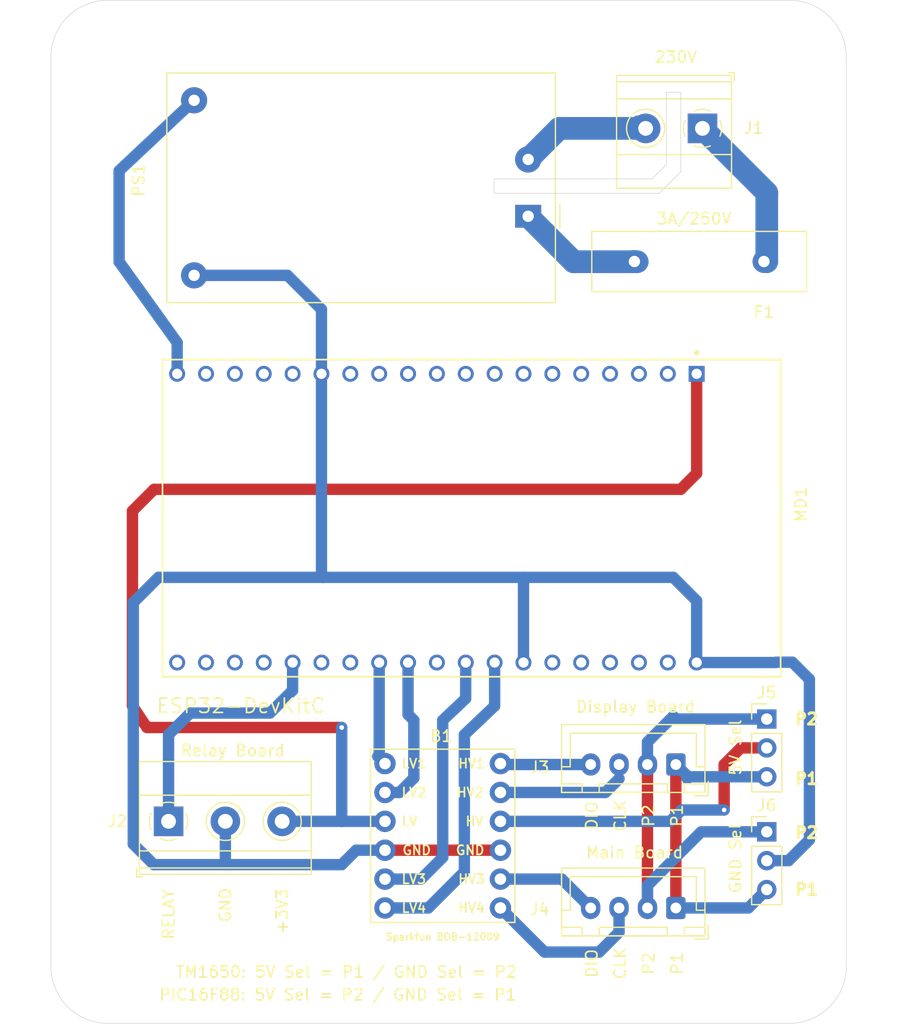
<source format=kicad_pcb>
(kicad_pcb (version 20171130) (host pcbnew "(5.1.10)-1")

  (general
    (thickness 1.6)
    (drawings 34)
    (tracks 117)
    (zones 0)
    (modules 14)
    (nets 47)
  )

  (page A4)
  (layers
    (0 F.Cu signal)
    (31 B.Cu power)
    (32 B.Adhes user)
    (33 F.Adhes user)
    (34 B.Paste user)
    (35 F.Paste user)
    (36 B.SilkS user)
    (37 F.SilkS user)
    (38 B.Mask user)
    (39 F.Mask user)
    (40 Dwgs.User user)
    (41 Cmts.User user)
    (42 Eco1.User user)
    (43 Eco2.User user)
    (44 Edge.Cuts user)
    (45 Margin user)
    (46 B.CrtYd user)
    (47 F.CrtYd user)
    (48 B.Fab user)
    (49 F.Fab user)
  )

  (setup
    (last_trace_width 0.25)
    (user_trace_width 0.25)
    (user_trace_width 0.5)
    (user_trace_width 0.75)
    (user_trace_width 1)
    (trace_clearance 0.2)
    (zone_clearance 0.508)
    (zone_45_only no)
    (trace_min 0.2)
    (via_size 0.8)
    (via_drill 0.4)
    (via_min_size 0.4)
    (via_min_drill 0.3)
    (uvia_size 0.3)
    (uvia_drill 0.1)
    (uvias_allowed no)
    (uvia_min_size 0.2)
    (uvia_min_drill 0.1)
    (edge_width 0.05)
    (segment_width 0.2)
    (pcb_text_width 0.3)
    (pcb_text_size 1.5 1.5)
    (mod_edge_width 0.12)
    (mod_text_size 1 1)
    (mod_text_width 0.15)
    (pad_size 1.524 1.524)
    (pad_drill 0.762)
    (pad_to_mask_clearance 0.2)
    (aux_axis_origin 0 0)
    (grid_origin 134.1 109.73)
    (visible_elements 7FFFFFFF)
    (pcbplotparams
      (layerselection 0x310fc_ffffffff)
      (usegerberextensions false)
      (usegerberattributes true)
      (usegerberadvancedattributes true)
      (creategerberjobfile true)
      (excludeedgelayer true)
      (linewidth 0.100000)
      (plotframeref false)
      (viasonmask false)
      (mode 1)
      (useauxorigin false)
      (hpglpennumber 1)
      (hpglpenspeed 20)
      (hpglpendiameter 15.000000)
      (psnegative false)
      (psa4output false)
      (plotreference true)
      (plotvalue true)
      (plotinvisibletext false)
      (padsonsilk false)
      (subtractmaskfromsilk true)
      (outputformat 1)
      (mirror false)
      (drillshape 0)
      (scaleselection 1)
      (outputdirectory "gerbers/"))
  )

  (net 0 "")
  (net 1 +3V3)
  (net 2 /5V_INTEX)
  (net 3 GND)
  (net 4 "Net-(F1-Pad1)")
  (net 5 /RELAY)
  (net 6 "Net-(MD1-Pad2)")
  (net 7 "Net-(MD1-Pad3)")
  (net 8 "Net-(MD1-Pad4)")
  (net 9 "Net-(MD1-Pad5)")
  (net 10 "Net-(MD1-Pad6)")
  (net 11 "Net-(MD1-Pad7)")
  (net 12 "Net-(MD1-Pad8)")
  (net 13 "Net-(MD1-Pad9)")
  (net 14 "Net-(MD1-Pad10)")
  (net 15 "Net-(MD1-Pad11)")
  (net 16 "Net-(MD1-Pad12)")
  (net 17 "Net-(MD1-Pad13)")
  (net 18 "Net-(MD1-Pad15)")
  (net 19 "Net-(MD1-Pad16)")
  (net 20 "Net-(MD1-Pad17)")
  (net 21 "Net-(MD1-Pad18)")
  (net 22 +5V)
  (net 23 "Net-(MD1-Pad20)")
  (net 24 "Net-(MD1-Pad21)")
  (net 25 "Net-(MD1-Pad22)")
  (net 26 "Net-(MD1-Pad23)")
  (net 27 "Net-(MD1-Pad26)")
  (net 28 "Net-(MD1-Pad29)")
  (net 29 "Net-(MD1-Pad33)")
  (net 30 "Net-(MD1-Pad34)")
  (net 31 "Net-(MD1-Pad35)")
  (net 32 "Net-(MD1-Pad36)")
  (net 33 "Net-(MD1-Pad37)")
  (net 34 LINE)
  (net 35 NEUT)
  (net 36 /CLK_LV_MB)
  (net 37 /DIO_LV_MB)
  (net 38 /CLK_LV_DB)
  (net 39 /DIO_LV_DB)
  (net 40 /CLK_MB)
  (net 41 /DIO_MB)
  (net 42 /CLK_DB)
  (net 43 /DIO_DB)
  (net 44 /PIN_2)
  (net 45 /PIN_1)
  (net 46 "Net-(MD1-Pad25)")

  (net_class Default "This is the default net class."
    (clearance 0.2)
    (trace_width 0.25)
    (via_dia 0.8)
    (via_drill 0.4)
    (uvia_dia 0.3)
    (uvia_drill 0.1)
    (add_net +3V3)
    (add_net +5V)
    (add_net /5V_INTEX)
    (add_net /CLK_DB)
    (add_net /CLK_LV_DB)
    (add_net /CLK_LV_MB)
    (add_net /CLK_MB)
    (add_net /DIO_DB)
    (add_net /DIO_LV_DB)
    (add_net /DIO_LV_MB)
    (add_net /DIO_MB)
    (add_net /PIN_1)
    (add_net /PIN_2)
    (add_net /RELAY)
    (add_net GND)
    (add_net LINE)
    (add_net NEUT)
    (add_net "Net-(F1-Pad1)")
    (add_net "Net-(MD1-Pad10)")
    (add_net "Net-(MD1-Pad11)")
    (add_net "Net-(MD1-Pad12)")
    (add_net "Net-(MD1-Pad13)")
    (add_net "Net-(MD1-Pad15)")
    (add_net "Net-(MD1-Pad16)")
    (add_net "Net-(MD1-Pad17)")
    (add_net "Net-(MD1-Pad18)")
    (add_net "Net-(MD1-Pad2)")
    (add_net "Net-(MD1-Pad20)")
    (add_net "Net-(MD1-Pad21)")
    (add_net "Net-(MD1-Pad22)")
    (add_net "Net-(MD1-Pad23)")
    (add_net "Net-(MD1-Pad25)")
    (add_net "Net-(MD1-Pad26)")
    (add_net "Net-(MD1-Pad29)")
    (add_net "Net-(MD1-Pad3)")
    (add_net "Net-(MD1-Pad33)")
    (add_net "Net-(MD1-Pad34)")
    (add_net "Net-(MD1-Pad35)")
    (add_net "Net-(MD1-Pad36)")
    (add_net "Net-(MD1-Pad37)")
    (add_net "Net-(MD1-Pad4)")
    (add_net "Net-(MD1-Pad5)")
    (add_net "Net-(MD1-Pad6)")
    (add_net "Net-(MD1-Pad7)")
    (add_net "Net-(MD1-Pad8)")
    (add_net "Net-(MD1-Pad9)")
  )

  (net_class 0.5 ""
    (clearance 0.2)
    (trace_width 0.5)
    (via_dia 0.8)
    (via_drill 0.4)
    (uvia_dia 0.3)
    (uvia_drill 0.1)
  )

  (net_class 0.75 ""
    (clearance 0.2)
    (trace_width 0.75)
    (via_dia 0.8)
    (via_drill 0.4)
    (uvia_dia 0.3)
    (uvia_drill 0.1)
  )

  (net_class 1 ""
    (clearance 0.2)
    (trace_width 1)
    (via_dia 0.8)
    (via_drill 0.4)
    (uvia_dia 0.3)
    (uvia_drill 0.1)
  )

  (module Connector_JST:JST_XH_B4B-XH-A_1x04_P2.50mm_Vertical (layer F.Cu) (tedit 5C28146C) (tstamp 61B22EC5)
    (at 152.6 131.35 180)
    (descr "JST XH series connector, B4B-XH-A (http://www.jst-mfg.com/product/pdf/eng/eXH.pdf), generated with kicad-footprint-generator")
    (tags "connector JST XH vertical")
    (path /618C5D92)
    (fp_text reference J4 (at 12 -0.13) (layer F.SilkS)
      (effects (font (size 1 1) (thickness 0.15)))
    )
    (fp_text value "Main Board" (at 3.63 4.88) (layer F.SilkS)
      (effects (font (size 1 1) (thickness 0.15)))
    )
    (fp_line (start -2.45 -2.35) (end -2.45 3.4) (layer F.Fab) (width 0.1))
    (fp_line (start -2.45 3.4) (end 9.95 3.4) (layer F.Fab) (width 0.1))
    (fp_line (start 9.95 3.4) (end 9.95 -2.35) (layer F.Fab) (width 0.1))
    (fp_line (start 9.95 -2.35) (end -2.45 -2.35) (layer F.Fab) (width 0.1))
    (fp_line (start -2.56 -2.46) (end -2.56 3.51) (layer F.SilkS) (width 0.12))
    (fp_line (start -2.56 3.51) (end 10.06 3.51) (layer F.SilkS) (width 0.12))
    (fp_line (start 10.06 3.51) (end 10.06 -2.46) (layer F.SilkS) (width 0.12))
    (fp_line (start 10.06 -2.46) (end -2.56 -2.46) (layer F.SilkS) (width 0.12))
    (fp_line (start -2.95 -2.85) (end -2.95 3.9) (layer F.CrtYd) (width 0.05))
    (fp_line (start -2.95 3.9) (end 10.45 3.9) (layer F.CrtYd) (width 0.05))
    (fp_line (start 10.45 3.9) (end 10.45 -2.85) (layer F.CrtYd) (width 0.05))
    (fp_line (start 10.45 -2.85) (end -2.95 -2.85) (layer F.CrtYd) (width 0.05))
    (fp_line (start -0.625 -2.35) (end 0 -1.35) (layer F.Fab) (width 0.1))
    (fp_line (start 0 -1.35) (end 0.625 -2.35) (layer F.Fab) (width 0.1))
    (fp_line (start 0.75 -2.45) (end 0.75 -1.7) (layer F.SilkS) (width 0.12))
    (fp_line (start 0.75 -1.7) (end 6.75 -1.7) (layer F.SilkS) (width 0.12))
    (fp_line (start 6.75 -1.7) (end 6.75 -2.45) (layer F.SilkS) (width 0.12))
    (fp_line (start 6.75 -2.45) (end 0.75 -2.45) (layer F.SilkS) (width 0.12))
    (fp_line (start -2.55 -2.45) (end -2.55 -1.7) (layer F.SilkS) (width 0.12))
    (fp_line (start -2.55 -1.7) (end -0.75 -1.7) (layer F.SilkS) (width 0.12))
    (fp_line (start -0.75 -1.7) (end -0.75 -2.45) (layer F.SilkS) (width 0.12))
    (fp_line (start -0.75 -2.45) (end -2.55 -2.45) (layer F.SilkS) (width 0.12))
    (fp_line (start 8.25 -2.45) (end 8.25 -1.7) (layer F.SilkS) (width 0.12))
    (fp_line (start 8.25 -1.7) (end 10.05 -1.7) (layer F.SilkS) (width 0.12))
    (fp_line (start 10.05 -1.7) (end 10.05 -2.45) (layer F.SilkS) (width 0.12))
    (fp_line (start 10.05 -2.45) (end 8.25 -2.45) (layer F.SilkS) (width 0.12))
    (fp_line (start -2.55 -0.2) (end -1.8 -0.2) (layer F.SilkS) (width 0.12))
    (fp_line (start -1.8 -0.2) (end -1.8 2.75) (layer F.SilkS) (width 0.12))
    (fp_line (start -1.8 2.75) (end 3.75 2.75) (layer F.SilkS) (width 0.12))
    (fp_line (start 10.05 -0.2) (end 9.3 -0.2) (layer F.SilkS) (width 0.12))
    (fp_line (start 9.3 -0.2) (end 9.3 2.75) (layer F.SilkS) (width 0.12))
    (fp_line (start 9.3 2.75) (end 3.75 2.75) (layer F.SilkS) (width 0.12))
    (fp_line (start -1.6 -2.75) (end -2.85 -2.75) (layer F.SilkS) (width 0.12))
    (fp_line (start -2.85 -2.75) (end -2.85 -1.5) (layer F.SilkS) (width 0.12))
    (fp_text user %R (at 3.75 2.7) (layer F.Fab)
      (effects (font (size 1 1) (thickness 0.15)))
    )
    (pad 1 thru_hole roundrect (at 0 0 180) (size 1.7 1.95) (drill 0.95) (layers *.Cu *.Mask) (roundrect_rratio 0.1470588235294118)
      (net 45 /PIN_1))
    (pad 2 thru_hole oval (at 2.5 0 180) (size 1.7 1.95) (drill 0.95) (layers *.Cu *.Mask)
      (net 44 /PIN_2))
    (pad 3 thru_hole oval (at 5 0 180) (size 1.7 1.95) (drill 0.95) (layers *.Cu *.Mask)
      (net 40 /CLK_MB))
    (pad 4 thru_hole oval (at 7.5 0 180) (size 1.7 1.95) (drill 0.95) (layers *.Cu *.Mask)
      (net 41 /DIO_MB))
    (model ${KISYS3DMOD}/Connector_JST.3dshapes/JST_XH_B4B-XH-A_1x04_P2.50mm_Vertical.wrl
      (at (xyz 0 0 0))
      (scale (xyz 1 1 1))
      (rotate (xyz 0 0 0))
    )
  )

  (module Connector_PinHeader_2.54mm:PinHeader_1x03_P2.54mm_Vertical (layer F.Cu) (tedit 59FED5CC) (tstamp 61B6C6D6)
    (at 160.6 124.65)
    (descr "Through hole straight pin header, 1x03, 2.54mm pitch, single row")
    (tags "Through hole pin header THT 1x03 2.54mm single row")
    (path /61B74AD2)
    (fp_text reference J6 (at 0 -2.33) (layer F.SilkS)
      (effects (font (size 1 1) (thickness 0.15)))
    )
    (fp_text value "GND Pin Select" (at 5.5 3.83 90) (layer F.SilkS) hide
      (effects (font (size 1 1) (thickness 0.15)))
    )
    (fp_line (start 1.8 -1.8) (end -1.8 -1.8) (layer F.CrtYd) (width 0.05))
    (fp_line (start 1.8 6.85) (end 1.8 -1.8) (layer F.CrtYd) (width 0.05))
    (fp_line (start -1.8 6.85) (end 1.8 6.85) (layer F.CrtYd) (width 0.05))
    (fp_line (start -1.8 -1.8) (end -1.8 6.85) (layer F.CrtYd) (width 0.05))
    (fp_line (start -1.33 -1.33) (end 0 -1.33) (layer F.SilkS) (width 0.12))
    (fp_line (start -1.33 0) (end -1.33 -1.33) (layer F.SilkS) (width 0.12))
    (fp_line (start -1.33 1.27) (end 1.33 1.27) (layer F.SilkS) (width 0.12))
    (fp_line (start 1.33 1.27) (end 1.33 6.41) (layer F.SilkS) (width 0.12))
    (fp_line (start -1.33 1.27) (end -1.33 6.41) (layer F.SilkS) (width 0.12))
    (fp_line (start -1.33 6.41) (end 1.33 6.41) (layer F.SilkS) (width 0.12))
    (fp_line (start -1.27 -0.635) (end -0.635 -1.27) (layer F.Fab) (width 0.1))
    (fp_line (start -1.27 6.35) (end -1.27 -0.635) (layer F.Fab) (width 0.1))
    (fp_line (start 1.27 6.35) (end -1.27 6.35) (layer F.Fab) (width 0.1))
    (fp_line (start 1.27 -1.27) (end 1.27 6.35) (layer F.Fab) (width 0.1))
    (fp_line (start -0.635 -1.27) (end 1.27 -1.27) (layer F.Fab) (width 0.1))
    (fp_text user %R (at 0 2.54 90) (layer F.Fab)
      (effects (font (size 1 1) (thickness 0.15)))
    )
    (fp_text user "GND Sel" (at -2.75 2.33 90) (layer F.SilkS)
      (effects (font (size 1 1) (thickness 0.15)))
    )
    (pad 3 thru_hole oval (at 0 5.08) (size 1.7 1.7) (drill 1) (layers *.Cu *.Mask)
      (net 45 /PIN_1))
    (pad 2 thru_hole oval (at 0 2.54) (size 1.7 1.7) (drill 1) (layers *.Cu *.Mask)
      (net 3 GND))
    (pad 1 thru_hole rect (at 0 0) (size 1.7 1.7) (drill 1) (layers *.Cu *.Mask)
      (net 44 /PIN_2))
    (model ${KISYS3DMOD}/Connector_PinHeader_2.54mm.3dshapes/PinHeader_1x03_P2.54mm_Vertical.wrl
      (at (xyz 0 0 0))
      (scale (xyz 1 1 1))
      (rotate (xyz 0 0 0))
    )
  )

  (module Connector_PinHeader_2.54mm:PinHeader_1x03_P2.54mm_Vertical (layer F.Cu) (tedit 59FED5CC) (tstamp 61B6CEE0)
    (at 160.6 114.73)
    (descr "Through hole straight pin header, 1x03, 2.54mm pitch, single row")
    (tags "Through hole pin header THT 1x03 2.54mm single row")
    (path /61B738BE)
    (fp_text reference J5 (at 0 -2.33) (layer F.SilkS)
      (effects (font (size 1 1) (thickness 0.15)))
    )
    (fp_text value "5V_INTEX Pin Select" (at 5.5 -0.75 90) (layer F.SilkS) hide
      (effects (font (size 1 1) (thickness 0.15)))
    )
    (fp_line (start 1.8 -1.8) (end -1.8 -1.8) (layer F.CrtYd) (width 0.05))
    (fp_line (start 1.8 6.85) (end 1.8 -1.8) (layer F.CrtYd) (width 0.05))
    (fp_line (start -1.8 6.85) (end 1.8 6.85) (layer F.CrtYd) (width 0.05))
    (fp_line (start -1.8 -1.8) (end -1.8 6.85) (layer F.CrtYd) (width 0.05))
    (fp_line (start -1.33 -1.33) (end 0 -1.33) (layer F.SilkS) (width 0.12))
    (fp_line (start -1.33 0) (end -1.33 -1.33) (layer F.SilkS) (width 0.12))
    (fp_line (start -1.33 1.27) (end 1.33 1.27) (layer F.SilkS) (width 0.12))
    (fp_line (start 1.33 1.27) (end 1.33 6.41) (layer F.SilkS) (width 0.12))
    (fp_line (start -1.33 1.27) (end -1.33 6.41) (layer F.SilkS) (width 0.12))
    (fp_line (start -1.33 6.41) (end 1.33 6.41) (layer F.SilkS) (width 0.12))
    (fp_line (start -1.27 -0.635) (end -0.635 -1.27) (layer F.Fab) (width 0.1))
    (fp_line (start -1.27 6.35) (end -1.27 -0.635) (layer F.Fab) (width 0.1))
    (fp_line (start 1.27 6.35) (end -1.27 6.35) (layer F.Fab) (width 0.1))
    (fp_line (start 1.27 -1.27) (end 1.27 6.35) (layer F.Fab) (width 0.1))
    (fp_line (start -0.635 -1.27) (end 1.27 -1.27) (layer F.Fab) (width 0.1))
    (fp_text user %R (at 0 2.54 90) (layer F.Fab)
      (effects (font (size 1 1) (thickness 0.15)))
    )
    (fp_text user "5V Sel" (at -2.75 2.5 90) (layer F.SilkS)
      (effects (font (size 1 1) (thickness 0.15)))
    )
    (pad 3 thru_hole oval (at 0 5.08) (size 1.7 1.7) (drill 1) (layers *.Cu *.Mask)
      (net 45 /PIN_1))
    (pad 2 thru_hole oval (at 0 2.54) (size 1.7 1.7) (drill 1) (layers *.Cu *.Mask)
      (net 2 /5V_INTEX))
    (pad 1 thru_hole rect (at 0 0) (size 1.7 1.7) (drill 1) (layers *.Cu *.Mask)
      (net 44 /PIN_2))
    (model ${KISYS3DMOD}/Connector_PinHeader_2.54mm.3dshapes/PinHeader_1x03_P2.54mm_Vertical.wrl
      (at (xyz 0 0 0))
      (scale (xyz 1 1 1))
      (rotate (xyz 0 0 0))
    )
  )

  (module MountingHole:MountingHole_3.2mm_M3 locked (layer F.Cu) (tedit 56D1B4CB) (tstamp 618E8A46)
    (at 162.6 136.5)
    (descr "Mounting Hole 3.2mm, no annular, M3")
    (tags "mounting hole 3.2mm no annular m3")
    (attr virtual)
    (fp_text reference REF** (at 0 -4.2) (layer F.SilkS) hide
      (effects (font (size 1 1) (thickness 0.15)))
    )
    (fp_text value MountingHole_3.2mm_M3 (at 0 4.2) (layer F.Fab)
      (effects (font (size 1 1) (thickness 0.15)))
    )
    (fp_circle (center 0 0) (end 3.2 0) (layer Cmts.User) (width 0.15))
    (fp_circle (center 0 0) (end 3.45 0) (layer F.CrtYd) (width 0.05))
    (fp_text user %R (at 0.3 0) (layer F.Fab)
      (effects (font (size 1 1) (thickness 0.15)))
    )
    (pad 1 np_thru_hole circle (at 0 0) (size 3.2 3.2) (drill 3.2) (layers *.Cu *.Mask))
  )

  (module MountingHole:MountingHole_3.2mm_M3 locked (layer F.Cu) (tedit 56D1B4CB) (tstamp 618E8A22)
    (at 102.6 136.5)
    (descr "Mounting Hole 3.2mm, no annular, M3")
    (tags "mounting hole 3.2mm no annular m3")
    (attr virtual)
    (fp_text reference REF** (at 0 -4.2) (layer F.SilkS) hide
      (effects (font (size 1 1) (thickness 0.15)))
    )
    (fp_text value MountingHole_3.2mm_M3 (at 0 4.2) (layer F.Fab)
      (effects (font (size 1 1) (thickness 0.15)))
    )
    (fp_circle (center 0 0) (end 3.2 0) (layer Cmts.User) (width 0.15))
    (fp_circle (center 0 0) (end 3.45 0) (layer F.CrtYd) (width 0.05))
    (fp_text user %R (at 0.3 0) (layer F.Fab)
      (effects (font (size 1 1) (thickness 0.15)))
    )
    (pad 1 np_thru_hole circle (at 0 0) (size 3.2 3.2) (drill 3.2) (layers *.Cu *.Mask))
  )

  (module MountingHole:MountingHole_3.2mm_M3 locked (layer F.Cu) (tedit 56D1B4CB) (tstamp 618E89FE)
    (at 162.6 56.5)
    (descr "Mounting Hole 3.2mm, no annular, M3")
    (tags "mounting hole 3.2mm no annular m3")
    (attr virtual)
    (fp_text reference REF** (at 0 -4.2) (layer F.SilkS) hide
      (effects (font (size 1 1) (thickness 0.15)))
    )
    (fp_text value MountingHole_3.2mm_M3 (at 0 4.2) (layer F.Fab)
      (effects (font (size 1 1) (thickness 0.15)))
    )
    (fp_circle (center 0 0) (end 3.2 0) (layer Cmts.User) (width 0.15))
    (fp_circle (center 0 0) (end 3.45 0) (layer F.CrtYd) (width 0.05))
    (fp_text user %R (at 0.3 0) (layer F.Fab)
      (effects (font (size 1 1) (thickness 0.15)))
    )
    (pad 1 np_thru_hole circle (at 0 0) (size 3.2 3.2) (drill 3.2) (layers *.Cu *.Mask))
  )

  (module MountingHole:MountingHole_3.2mm_M3 locked (layer F.Cu) (tedit 56D1B4CB) (tstamp 618E89DA)
    (at 102.6 56.5)
    (descr "Mounting Hole 3.2mm, no annular, M3")
    (tags "mounting hole 3.2mm no annular m3")
    (attr virtual)
    (fp_text reference REF** (at 0.24 -4.2) (layer F.SilkS) hide
      (effects (font (size 1 1) (thickness 0.15)))
    )
    (fp_text value MountingHole_3.2mm_M3 (at 0 4.2) (layer F.Fab)
      (effects (font (size 1 1) (thickness 0.15)))
    )
    (fp_circle (center 0 0) (end 3.2 0) (layer Cmts.User) (width 0.15))
    (fp_circle (center 0 0) (end 3.45 0) (layer F.CrtYd) (width 0.05))
    (fp_text user %R (at 0.54 0) (layer F.Fab)
      (effects (font (size 1 1) (thickness 0.15)))
    )
    (pad 1 np_thru_hole circle (at 0 0) (size 3.2 3.2) (drill 3.2) (layers *.Cu *.Mask))
  )

  (module Espressif_ESP32-DevKitC:Espressif-ESP32-DevKitC_V4-0-0-MFG (layer F.Cu) (tedit 618D85DB) (tstamp 6189F71E)
    (at 134.62 97.06 270)
    (path /6191644A)
    (fp_text reference MD1 (at 0.44 -28.98 270) (layer F.SilkS)
      (effects (font (size 1 1) (thickness 0.15)) (justify left))
    )
    (fp_text value ESP32-DevKitC (at 16.51 20.32) (layer F.SilkS)
      (effects (font (size 1.27 1.27) (thickness 0.15)))
    )
    (fp_circle (center -14.55 -19.81) (end -14.425 -19.81) (layer F.SilkS) (width 0.25))
    (fp_line (start -13.95 27.2) (end -13.95 -27.2) (layer F.SilkS) (width 0.15))
    (fp_line (start -13.95 27.2) (end 13.95 27.2) (layer F.SilkS) (width 0.15))
    (fp_line (start 13.95 27.2) (end 13.95 -27.2) (layer F.SilkS) (width 0.15))
    (fp_line (start -13.95 -27.2) (end 13.95 -27.2) (layer F.SilkS) (width 0.15))
    (fp_line (start 13.975 27.225) (end 13.975 -27.225) (layer F.CrtYd) (width 0.15))
    (fp_line (start -13.975 27.225) (end 13.975 27.225) (layer F.CrtYd) (width 0.15))
    (fp_line (start -13.975 -27.225) (end -13.975 27.225) (layer F.CrtYd) (width 0.15))
    (fp_line (start 13.975 -27.225) (end -13.975 -27.225) (layer F.CrtYd) (width 0.15))
    (fp_line (start 13.975 -27.225) (end 13.975 -27.225) (layer F.CrtYd) (width 0.15))
    (fp_line (start 13.95 27.2) (end -13.95 27.2) (layer F.Fab) (width 0.15))
    (fp_line (start 13.95 -27.2) (end 13.95 27.2) (layer F.Fab) (width 0.15))
    (fp_line (start -13.95 -27.2) (end 13.95 -27.2) (layer F.Fab) (width 0.15))
    (fp_line (start -13.95 27.2) (end -13.95 -27.2) (layer F.Fab) (width 0.15))
    (pad 1 thru_hole rect (at -12.7 -19.81 270) (size 1.4 1.4) (drill 0.9) (layers *.Cu *.Paste *.Mask)
      (net 1 +3V3))
    (pad 2 thru_hole circle (at -12.7 -17.27 270) (size 1.4 1.4) (drill 0.9) (layers *.Cu *.Paste *.Mask)
      (net 6 "Net-(MD1-Pad2)"))
    (pad 3 thru_hole circle (at -12.7 -14.73 270) (size 1.4 1.4) (drill 0.9) (layers *.Cu *.Paste *.Mask)
      (net 7 "Net-(MD1-Pad3)"))
    (pad 4 thru_hole circle (at -12.7 -12.19 270) (size 1.4 1.4) (drill 0.9) (layers *.Cu *.Paste *.Mask)
      (net 8 "Net-(MD1-Pad4)"))
    (pad 5 thru_hole circle (at -12.7 -9.65 270) (size 1.4 1.4) (drill 0.9) (layers *.Cu *.Paste *.Mask)
      (net 9 "Net-(MD1-Pad5)"))
    (pad 6 thru_hole circle (at -12.7 -7.11 270) (size 1.4 1.4) (drill 0.9) (layers *.Cu *.Paste *.Mask)
      (net 10 "Net-(MD1-Pad6)"))
    (pad 7 thru_hole circle (at -12.7 -4.57 270) (size 1.4 1.4) (drill 0.9) (layers *.Cu *.Paste *.Mask)
      (net 11 "Net-(MD1-Pad7)"))
    (pad 8 thru_hole circle (at -12.7 -2.03 270) (size 1.4 1.4) (drill 0.9) (layers *.Cu *.Paste *.Mask)
      (net 12 "Net-(MD1-Pad8)"))
    (pad 9 thru_hole circle (at -12.7 0.51 270) (size 1.4 1.4) (drill 0.9) (layers *.Cu *.Paste *.Mask)
      (net 13 "Net-(MD1-Pad9)"))
    (pad 10 thru_hole circle (at -12.7 3.05 270) (size 1.4 1.4) (drill 0.9) (layers *.Cu *.Paste *.Mask)
      (net 14 "Net-(MD1-Pad10)"))
    (pad 11 thru_hole circle (at -12.7 5.59 270) (size 1.4 1.4) (drill 0.9) (layers *.Cu *.Paste *.Mask)
      (net 15 "Net-(MD1-Pad11)"))
    (pad 12 thru_hole circle (at -12.7 8.13 270) (size 1.4 1.4) (drill 0.9) (layers *.Cu *.Paste *.Mask)
      (net 16 "Net-(MD1-Pad12)"))
    (pad 13 thru_hole circle (at -12.7 10.67 270) (size 1.4 1.4) (drill 0.9) (layers *.Cu *.Paste *.Mask)
      (net 17 "Net-(MD1-Pad13)"))
    (pad 14 thru_hole circle (at -12.7 13.21 270) (size 1.4 1.4) (drill 0.9) (layers *.Cu *.Paste *.Mask)
      (net 3 GND))
    (pad 15 thru_hole circle (at -12.7 15.75 270) (size 1.4 1.4) (drill 0.9) (layers *.Cu *.Paste *.Mask)
      (net 18 "Net-(MD1-Pad15)"))
    (pad 16 thru_hole circle (at -12.7 18.29 270) (size 1.4 1.4) (drill 0.9) (layers *.Cu *.Paste *.Mask)
      (net 19 "Net-(MD1-Pad16)"))
    (pad 17 thru_hole circle (at -12.7 20.83 270) (size 1.4 1.4) (drill 0.9) (layers *.Cu *.Paste *.Mask)
      (net 20 "Net-(MD1-Pad17)"))
    (pad 18 thru_hole circle (at -12.7 23.37 270) (size 1.4 1.4) (drill 0.9) (layers *.Cu *.Paste *.Mask)
      (net 21 "Net-(MD1-Pad18)"))
    (pad 19 thru_hole circle (at -12.7 25.91 270) (size 1.4 1.4) (drill 0.9) (layers *.Cu *.Paste *.Mask)
      (net 22 +5V))
    (pad 20 thru_hole circle (at 12.7 25.91 270) (size 1.4 1.4) (drill 0.9) (layers *.Cu *.Paste *.Mask)
      (net 23 "Net-(MD1-Pad20)"))
    (pad 21 thru_hole circle (at 12.7 23.37 270) (size 1.4 1.4) (drill 0.9) (layers *.Cu *.Paste *.Mask)
      (net 24 "Net-(MD1-Pad21)"))
    (pad 22 thru_hole circle (at 12.7 20.83 270) (size 1.4 1.4) (drill 0.9) (layers *.Cu *.Paste *.Mask)
      (net 25 "Net-(MD1-Pad22)"))
    (pad 23 thru_hole circle (at 12.7 18.29 270) (size 1.4 1.4) (drill 0.9) (layers *.Cu *.Paste *.Mask)
      (net 26 "Net-(MD1-Pad23)"))
    (pad 24 thru_hole circle (at 12.7 15.75 270) (size 1.4 1.4) (drill 0.9) (layers *.Cu *.Paste *.Mask)
      (net 5 /RELAY))
    (pad 25 thru_hole circle (at 12.7 13.21 270) (size 1.4 1.4) (drill 0.9) (layers *.Cu *.Paste *.Mask)
      (net 46 "Net-(MD1-Pad25)"))
    (pad 26 thru_hole circle (at 12.7 10.67 270) (size 1.4 1.4) (drill 0.9) (layers *.Cu *.Paste *.Mask)
      (net 27 "Net-(MD1-Pad26)"))
    (pad 27 thru_hole circle (at 12.7 8.13 270) (size 1.4 1.4) (drill 0.9) (layers *.Cu *.Paste *.Mask)
      (net 39 /DIO_LV_DB))
    (pad 28 thru_hole circle (at 12.7 5.59 270) (size 1.4 1.4) (drill 0.9) (layers *.Cu *.Paste *.Mask)
      (net 38 /CLK_LV_DB))
    (pad 29 thru_hole circle (at 12.7 3.05 270) (size 1.4 1.4) (drill 0.9) (layers *.Cu *.Paste *.Mask)
      (net 28 "Net-(MD1-Pad29)"))
    (pad 30 thru_hole circle (at 12.7 0.51 270) (size 1.4 1.4) (drill 0.9) (layers *.Cu *.Paste *.Mask)
      (net 37 /DIO_LV_MB))
    (pad 31 thru_hole circle (at 12.7 -2.03 270) (size 1.4 1.4) (drill 0.9) (layers *.Cu *.Paste *.Mask)
      (net 36 /CLK_LV_MB))
    (pad 32 thru_hole circle (at 12.7 -4.57 270) (size 1.4 1.4) (drill 0.9) (layers *.Cu *.Paste *.Mask)
      (net 3 GND))
    (pad 33 thru_hole circle (at 12.7 -7.11 270) (size 1.4 1.4) (drill 0.9) (layers *.Cu *.Paste *.Mask)
      (net 29 "Net-(MD1-Pad33)"))
    (pad 34 thru_hole circle (at 12.7 -9.65 270) (size 1.4 1.4) (drill 0.9) (layers *.Cu *.Paste *.Mask)
      (net 30 "Net-(MD1-Pad34)"))
    (pad 35 thru_hole circle (at 12.7 -12.19 270) (size 1.4 1.4) (drill 0.9) (layers *.Cu *.Paste *.Mask)
      (net 31 "Net-(MD1-Pad35)"))
    (pad 36 thru_hole circle (at 12.7 -14.73 270) (size 1.4 1.4) (drill 0.9) (layers *.Cu *.Paste *.Mask)
      (net 32 "Net-(MD1-Pad36)"))
    (pad 37 thru_hole circle (at 12.7 -17.27 270) (size 1.4 1.4) (drill 0.9) (layers *.Cu *.Paste *.Mask)
      (net 33 "Net-(MD1-Pad37)"))
    (pad 38 thru_hole circle (at 12.7 -19.81 270) (size 1.4 1.4) (drill 0.9) (layers *.Cu *.Paste *.Mask)
      (net 3 GND))
    (model "H:/Developer/KiCad.Libraries/Espressif_ESP32-DevKitC V4/Espressif_ESP32-DevKitC.models/Espressif_-_ESP32-DevKitC_V4.step"
      (offset (xyz 0 -2.54 3.5))
      (scale (xyz 1 1 1))
      (rotate (xyz -90 0 0))
    )
  )

  (module TerminalBlock_Phoenix:TerminalBlock_Phoenix_MKDS-1,5-2_1x02_P5.00mm_Horizontal (layer F.Cu) (tedit 5B294EE5) (tstamp 6189F67A)
    (at 154.94 62.77 180)
    (descr "Terminal Block Phoenix MKDS-1,5-2, 2 pins, pitch 5mm, size 10x9.8mm^2, drill diamater 1.3mm, pad diameter 2.6mm, see http://www.farnell.com/datasheets/100425.pdf, script-generated using https://github.com/pointhi/kicad-footprint-generator/scripts/TerminalBlock_Phoenix")
    (tags "THT Terminal Block Phoenix MKDS-1,5-2 pitch 5mm size 10x9.8mm^2 drill 1.3mm pad 2.6mm")
    (path /618A0045)
    (fp_text reference J1 (at -4.51 0.04) (layer F.SilkS)
      (effects (font (size 1 1) (thickness 0.15)))
    )
    (fp_text value 230V (at 2.34 6.27) (layer F.SilkS)
      (effects (font (size 1 1) (thickness 0.15)))
    )
    (fp_line (start 8 -5.71) (end -3 -5.71) (layer F.CrtYd) (width 0.05))
    (fp_line (start 8 5.1) (end 8 -5.71) (layer F.CrtYd) (width 0.05))
    (fp_line (start -3 5.1) (end 8 5.1) (layer F.CrtYd) (width 0.05))
    (fp_line (start -3 -5.71) (end -3 5.1) (layer F.CrtYd) (width 0.05))
    (fp_line (start -2.8 4.9) (end -2.3 4.9) (layer F.SilkS) (width 0.12))
    (fp_line (start -2.8 4.16) (end -2.8 4.9) (layer F.SilkS) (width 0.12))
    (fp_line (start 3.773 1.023) (end 3.726 1.069) (layer F.SilkS) (width 0.12))
    (fp_line (start 6.07 -1.275) (end 6.035 -1.239) (layer F.SilkS) (width 0.12))
    (fp_line (start 3.966 1.239) (end 3.931 1.274) (layer F.SilkS) (width 0.12))
    (fp_line (start 6.275 -1.069) (end 6.228 -1.023) (layer F.SilkS) (width 0.12))
    (fp_line (start 5.955 -1.138) (end 3.863 0.955) (layer F.Fab) (width 0.1))
    (fp_line (start 6.138 -0.955) (end 4.046 1.138) (layer F.Fab) (width 0.1))
    (fp_line (start 0.955 -1.138) (end -1.138 0.955) (layer F.Fab) (width 0.1))
    (fp_line (start 1.138 -0.955) (end -0.955 1.138) (layer F.Fab) (width 0.1))
    (fp_line (start 7.56 -5.261) (end 7.56 4.66) (layer F.SilkS) (width 0.12))
    (fp_line (start -2.56 -5.261) (end -2.56 4.66) (layer F.SilkS) (width 0.12))
    (fp_line (start -2.56 4.66) (end 7.56 4.66) (layer F.SilkS) (width 0.12))
    (fp_line (start -2.56 -5.261) (end 7.56 -5.261) (layer F.SilkS) (width 0.12))
    (fp_line (start -2.56 -2.301) (end 7.56 -2.301) (layer F.SilkS) (width 0.12))
    (fp_line (start -2.5 -2.3) (end 7.5 -2.3) (layer F.Fab) (width 0.1))
    (fp_line (start -2.56 2.6) (end 7.56 2.6) (layer F.SilkS) (width 0.12))
    (fp_line (start -2.5 2.6) (end 7.5 2.6) (layer F.Fab) (width 0.1))
    (fp_line (start -2.56 4.1) (end 7.56 4.1) (layer F.SilkS) (width 0.12))
    (fp_line (start -2.5 4.1) (end 7.5 4.1) (layer F.Fab) (width 0.1))
    (fp_line (start -2.5 4.1) (end -2.5 -5.2) (layer F.Fab) (width 0.1))
    (fp_line (start -2 4.6) (end -2.5 4.1) (layer F.Fab) (width 0.1))
    (fp_line (start 7.5 4.6) (end -2 4.6) (layer F.Fab) (width 0.1))
    (fp_line (start 7.5 -5.2) (end 7.5 4.6) (layer F.Fab) (width 0.1))
    (fp_line (start -2.5 -5.2) (end 7.5 -5.2) (layer F.Fab) (width 0.1))
    (fp_circle (center 5 0) (end 6.68 0) (layer F.SilkS) (width 0.12))
    (fp_circle (center 5 0) (end 6.5 0) (layer F.Fab) (width 0.1))
    (fp_circle (center 0 0) (end 1.5 0) (layer F.Fab) (width 0.1))
    (fp_text user %R (at 2.54 3.2) (layer F.Fab)
      (effects (font (size 1 1) (thickness 0.15)))
    )
    (fp_arc (start 0 0) (end -0.684 1.535) (angle -25) (layer F.SilkS) (width 0.12))
    (fp_arc (start 0 0) (end -1.535 -0.684) (angle -48) (layer F.SilkS) (width 0.12))
    (fp_arc (start 0 0) (end 0.684 -1.535) (angle -48) (layer F.SilkS) (width 0.12))
    (fp_arc (start 0 0) (end 1.535 0.684) (angle -48) (layer F.SilkS) (width 0.12))
    (fp_arc (start 0 0) (end 0 1.68) (angle -24) (layer F.SilkS) (width 0.12))
    (pad 2 thru_hole circle (at 5 0 180) (size 2.6 2.6) (drill 1.3) (layers *.Cu *.Mask)
      (net 35 NEUT))
    (pad 1 thru_hole rect (at 0 0 180) (size 2.6 2.6) (drill 1.3) (layers *.Cu *.Mask)
      (net 4 "Net-(F1-Pad1)"))
    (model ${KISYS3DMOD}/TerminalBlock_Phoenix.3dshapes/TerminalBlock_Phoenix_MKDS-1,5-2_1x02_P5.00mm_Horizontal.wrl
      (at (xyz 0 0 0))
      (scale (xyz 1 1 1))
      (rotate (xyz 0 0 0))
    )
  )

  (module TerminalBlock_Phoenix:TerminalBlock_Phoenix_MKDS-1,5-3_1x03_P5.00mm_Horizontal (layer F.Cu) (tedit 5B294EE5) (tstamp 6189F690)
    (at 107.95 123.73)
    (descr "Terminal Block Phoenix MKDS-1,5-3, 3 pins, pitch 5mm, size 15x9.8mm^2, drill diamater 1.3mm, pad diameter 2.6mm, see http://www.farnell.com/datasheets/100425.pdf, script-generated using https://github.com/pointhi/kicad-footprint-generator/scripts/TerminalBlock_Phoenix")
    (tags "THT Terminal Block Phoenix MKDS-1,5-3 pitch 5mm size 15x9.8mm^2 drill 1.3mm pad 2.6mm")
    (path /618A0962)
    (fp_text reference J2 (at -4.5 0) (layer F.SilkS)
      (effects (font (size 1 1) (thickness 0.15)))
    )
    (fp_text value "Relay Board" (at 5.65 -6.23) (layer F.SilkS)
      (effects (font (size 1 1) (thickness 0.15)))
    )
    (fp_line (start 13 -5.71) (end -3 -5.71) (layer F.CrtYd) (width 0.05))
    (fp_line (start 13 5.1) (end 13 -5.71) (layer F.CrtYd) (width 0.05))
    (fp_line (start -3 5.1) (end 13 5.1) (layer F.CrtYd) (width 0.05))
    (fp_line (start -3 -5.71) (end -3 5.1) (layer F.CrtYd) (width 0.05))
    (fp_line (start -2.8 4.9) (end -2.3 4.9) (layer F.SilkS) (width 0.12))
    (fp_line (start -2.8 4.16) (end -2.8 4.9) (layer F.SilkS) (width 0.12))
    (fp_line (start 8.773 1.023) (end 8.726 1.069) (layer F.SilkS) (width 0.12))
    (fp_line (start 11.07 -1.275) (end 11.035 -1.239) (layer F.SilkS) (width 0.12))
    (fp_line (start 8.966 1.239) (end 8.931 1.274) (layer F.SilkS) (width 0.12))
    (fp_line (start 11.275 -1.069) (end 11.228 -1.023) (layer F.SilkS) (width 0.12))
    (fp_line (start 10.955 -1.138) (end 8.863 0.955) (layer F.Fab) (width 0.1))
    (fp_line (start 11.138 -0.955) (end 9.046 1.138) (layer F.Fab) (width 0.1))
    (fp_line (start 3.773 1.023) (end 3.726 1.069) (layer F.SilkS) (width 0.12))
    (fp_line (start 6.07 -1.275) (end 6.035 -1.239) (layer F.SilkS) (width 0.12))
    (fp_line (start 3.966 1.239) (end 3.931 1.274) (layer F.SilkS) (width 0.12))
    (fp_line (start 6.275 -1.069) (end 6.228 -1.023) (layer F.SilkS) (width 0.12))
    (fp_line (start 5.955 -1.138) (end 3.863 0.955) (layer F.Fab) (width 0.1))
    (fp_line (start 6.138 -0.955) (end 4.046 1.138) (layer F.Fab) (width 0.1))
    (fp_line (start 0.955 -1.138) (end -1.138 0.955) (layer F.Fab) (width 0.1))
    (fp_line (start 1.138 -0.955) (end -0.955 1.138) (layer F.Fab) (width 0.1))
    (fp_line (start 12.56 -5.261) (end 12.56 4.66) (layer F.SilkS) (width 0.12))
    (fp_line (start -2.56 -5.261) (end -2.56 4.66) (layer F.SilkS) (width 0.12))
    (fp_line (start -2.56 4.66) (end 12.56 4.66) (layer F.SilkS) (width 0.12))
    (fp_line (start -2.56 -5.261) (end 12.56 -5.261) (layer F.SilkS) (width 0.12))
    (fp_line (start -2.56 -2.301) (end 12.56 -2.301) (layer F.SilkS) (width 0.12))
    (fp_line (start -2.5 -2.3) (end 12.5 -2.3) (layer F.Fab) (width 0.1))
    (fp_line (start -2.56 2.6) (end 12.56 2.6) (layer F.SilkS) (width 0.12))
    (fp_line (start -2.5 2.6) (end 12.5 2.6) (layer F.Fab) (width 0.1))
    (fp_line (start -2.56 4.1) (end 12.56 4.1) (layer F.SilkS) (width 0.12))
    (fp_line (start -2.5 4.1) (end 12.5 4.1) (layer F.Fab) (width 0.1))
    (fp_line (start -2.5 4.1) (end -2.5 -5.2) (layer F.Fab) (width 0.1))
    (fp_line (start -2 4.6) (end -2.5 4.1) (layer F.Fab) (width 0.1))
    (fp_line (start 12.5 4.6) (end -2 4.6) (layer F.Fab) (width 0.1))
    (fp_line (start 12.5 -5.2) (end 12.5 4.6) (layer F.Fab) (width 0.1))
    (fp_line (start -2.5 -5.2) (end 12.5 -5.2) (layer F.Fab) (width 0.1))
    (fp_circle (center 10 0) (end 11.68 0) (layer F.SilkS) (width 0.12))
    (fp_circle (center 10 0) (end 11.5 0) (layer F.Fab) (width 0.1))
    (fp_circle (center 5 0) (end 6.68 0) (layer F.SilkS) (width 0.12))
    (fp_circle (center 5 0) (end 6.5 0) (layer F.Fab) (width 0.1))
    (fp_circle (center 0 0) (end 1.5 0) (layer F.Fab) (width 0.1))
    (fp_text user %R (at 5.08 3.2) (layer F.Fab)
      (effects (font (size 1 1) (thickness 0.15)))
    )
    (fp_arc (start 0 0) (end -0.684 1.535) (angle -25) (layer F.SilkS) (width 0.12))
    (fp_arc (start 0 0) (end -1.535 -0.684) (angle -48) (layer F.SilkS) (width 0.12))
    (fp_arc (start 0 0) (end 0.684 -1.535) (angle -48) (layer F.SilkS) (width 0.12))
    (fp_arc (start 0 0) (end 1.535 0.684) (angle -48) (layer F.SilkS) (width 0.12))
    (fp_arc (start 0 0) (end 0 1.68) (angle -24) (layer F.SilkS) (width 0.12))
    (pad 3 thru_hole circle (at 10 0) (size 2.6 2.6) (drill 1.3) (layers *.Cu *.Mask)
      (net 1 +3V3))
    (pad 2 thru_hole circle (at 5 0) (size 2.6 2.6) (drill 1.3) (layers *.Cu *.Mask)
      (net 3 GND))
    (pad 1 thru_hole rect (at 0 0) (size 2.6 2.6) (drill 1.3) (layers *.Cu *.Mask)
      (net 5 /RELAY))
    (model ${KISYS3DMOD}/TerminalBlock_Phoenix.3dshapes/TerminalBlock_Phoenix_MKDS-1,5-3_1x03_P5.00mm_Horizontal.wrl
      (at (xyz 0 0 0))
      (scale (xyz 1 1 1))
      (rotate (xyz 0 0 0))
    )
  )

  (module Boards:SPARKFUN_LOGIC_LEVEL_CONVERTER (layer F.Cu) (tedit 200000) (tstamp 6189F652)
    (at 132.08 125)
    (descr "SPARKFUN LOGIC LEVEL CONVERTER")
    (tags "SPARKFUN LOGIC LEVEL CONVERTER")
    (path /6189B1AB)
    (attr virtual)
    (fp_text reference B1 (at -0.13 -8.77) (layer F.SilkS)
      (effects (font (size 1 1) (thickness 0.15)))
    )
    (fp_text value "Sparkfun BOB-12009" (at 0 8.89) (layer F.SilkS)
      (effects (font (size 0.6096 0.6096) (thickness 0.127)))
    )
    (fp_line (start 6.35 7.62) (end -6.35 7.62) (layer F.SilkS) (width 0.127))
    (fp_line (start 6.35 -7.62) (end 6.35 7.62) (layer F.SilkS) (width 0.127))
    (fp_line (start -6.35 -7.62) (end 6.35 -7.62) (layer F.SilkS) (width 0.127))
    (fp_line (start -6.35 7.62) (end -6.35 -7.62) (layer F.SilkS) (width 0.127))
    (fp_text user HV4 (at 2.54 6.35) (layer F.SilkS)
      (effects (font (size 0.8128 0.8128) (thickness 0.1524)))
    )
    (fp_text user HV3 (at 2.54 3.81) (layer F.SilkS)
      (effects (font (size 0.8128 0.8128) (thickness 0.1524)))
    )
    (fp_text user GND (at 2.413 1.27) (layer F.SilkS)
      (effects (font (size 0.8128 0.8128) (thickness 0.1524)))
    )
    (fp_text user HV (at 2.794 -1.27) (layer F.SilkS)
      (effects (font (size 0.8128 0.8128) (thickness 0.1524)))
    )
    (fp_text user LV4 (at -2.54 6.35) (layer F.SilkS)
      (effects (font (size 0.8128 0.8128) (thickness 0.1524)))
    )
    (fp_text user LV3 (at -2.54 3.81) (layer F.SilkS)
      (effects (font (size 0.8128 0.8128) (thickness 0.1524)))
    )
    (fp_text user GND (at -2.286 1.27) (layer F.SilkS)
      (effects (font (size 0.8128 0.8128) (thickness 0.1524)))
    )
    (fp_text user LV (at -2.921 -1.27) (layer F.SilkS)
      (effects (font (size 0.8128 0.8128) (thickness 0.1524)))
    )
    (fp_text user HV2 (at 2.413 -3.81) (layer F.SilkS)
      (effects (font (size 0.8128 0.8128) (thickness 0.1524)))
    )
    (fp_text user HV1 (at 2.54 -6.35) (layer F.SilkS)
      (effects (font (size 0.8128 0.8128) (thickness 0.1524)))
    )
    (fp_text user LV2 (at -2.54 -3.81) (layer F.SilkS)
      (effects (font (size 0.8128 0.8128) (thickness 0.1524)))
    )
    (fp_text user LV1 (at -2.54 -6.35) (layer F.SilkS)
      (effects (font (size 0.8128 0.8128) (thickness 0.1524)))
    )
    (pad LV4 thru_hole circle (at -5.08 6.35) (size 1.8796 1.8796) (drill 1.016) (layers *.Cu *.Mask)
      (net 36 /CLK_LV_MB) (solder_mask_margin 0.1016))
    (pad LV3 thru_hole circle (at -5.08 3.81) (size 1.8796 1.8796) (drill 1.016) (layers *.Cu *.Mask)
      (net 37 /DIO_LV_MB) (solder_mask_margin 0.1016))
    (pad LV2 thru_hole circle (at -5.08 -3.81) (size 1.8796 1.8796) (drill 1.016) (layers *.Cu *.Mask)
      (net 38 /CLK_LV_DB) (solder_mask_margin 0.1016))
    (pad LV1 thru_hole circle (at -5.08 -6.35) (size 1.8796 1.8796) (drill 1.016) (layers *.Cu *.Mask)
      (net 39 /DIO_LV_DB) (solder_mask_margin 0.1016))
    (pad LV thru_hole circle (at -5.08 -1.27) (size 1.8796 1.8796) (drill 1.016) (layers *.Cu *.Mask)
      (net 1 +3V3) (solder_mask_margin 0.1016))
    (pad HV4 thru_hole circle (at 5.08 6.35) (size 1.8796 1.8796) (drill 1.016) (layers *.Cu *.Mask)
      (net 40 /CLK_MB) (solder_mask_margin 0.1016))
    (pad HV3 thru_hole circle (at 5.08 3.81) (size 1.8796 1.8796) (drill 1.016) (layers *.Cu *.Mask)
      (net 41 /DIO_MB) (solder_mask_margin 0.1016))
    (pad HV2 thru_hole circle (at 5.08 -3.81) (size 1.8796 1.8796) (drill 1.016) (layers *.Cu *.Mask)
      (net 42 /CLK_DB) (solder_mask_margin 0.1016))
    (pad HV1 thru_hole circle (at 5.08 -6.35) (size 1.8796 1.8796) (drill 1.016) (layers *.Cu *.Mask)
      (net 43 /DIO_DB) (solder_mask_margin 0.1016))
    (pad HV thru_hole circle (at 5.08 -1.27) (size 1.8796 1.8796) (drill 1.016) (layers *.Cu *.Mask)
      (net 2 /5V_INTEX) (solder_mask_margin 0.1016))
    (pad GND2 thru_hole circle (at 5.08 1.27) (size 1.8796 1.8796) (drill 1.016) (layers *.Cu *.Mask)
      (net 3 GND) (solder_mask_margin 0.1016))
    (pad GND1 thru_hole circle (at -5.08 1.27) (size 1.8796 1.8796) (drill 1.016) (layers *.Cu *.Mask)
      (net 3 GND) (solder_mask_margin 0.1016))
    (model H:/Developer/KiCad.Libraries/logic-level-converter-bi-directional/source/BOB-12009.wrl
      (offset (xyz 0 0 3.5))
      (scale (xyz 0.4 0.4 0.4))
      (rotate (xyz 0 0 0))
    )
  )

  (module Fuse:Fuse_Littelfuse-LVR100 (layer F.Cu) (tedit 5909D78F) (tstamp 61B6D37D)
    (at 160.35 74.48 180)
    (descr "Littelfuse, resettable fuse, PTC, polyswitch LVR100, Ih 1A http://www.littelfuse.com/~/media/electronics/datasheets/resettable_ptcs/littelfuse_ptc_lvr_catalog_datasheet.pdf.pdf")
    (tags "LVR100 PTC resettable polyswitch ")
    (path /618A12A7)
    (fp_text reference F1 (at 0 -4.445) (layer F.SilkS)
      (effects (font (size 1 1) (thickness 0.15)))
    )
    (fp_text value 3A/250V (at 6.15 3.77) (layer F.SilkS)
      (effects (font (size 1 1) (thickness 0.15)))
    )
    (fp_line (start 15.15 2.65) (end -3.75 2.65) (layer F.SilkS) (width 0.12))
    (fp_line (start 15.15 2.65) (end 15.15 -2.65) (layer F.SilkS) (width 0.12))
    (fp_line (start -3.75 -2.65) (end -3.75 2.65) (layer F.SilkS) (width 0.12))
    (fp_line (start -3.75 -2.65) (end 15.15 -2.65) (layer F.SilkS) (width 0.12))
    (fp_line (start 15.3 2.8) (end -3.9 2.8) (layer F.CrtYd) (width 0.05))
    (fp_line (start 15.3 2.8) (end 15.3 -2.8) (layer F.CrtYd) (width 0.05))
    (fp_line (start -3.9 -2.8) (end -3.9 2.8) (layer F.CrtYd) (width 0.05))
    (fp_line (start -3.9 -2.8) (end 15.3 -2.8) (layer F.CrtYd) (width 0.05))
    (fp_line (start -3.65 -2.55) (end -3.65 2.55) (layer F.Fab) (width 0.1))
    (fp_line (start 15.05 -2.55) (end -3.65 -2.55) (layer F.Fab) (width 0.1))
    (fp_line (start 15.05 2.55) (end 15.05 -2.55) (layer F.Fab) (width 0.1))
    (fp_line (start -3.65 2.55) (end 15.05 2.55) (layer F.Fab) (width 0.1))
    (fp_text user %R (at 6 0) (layer F.Fab)
      (effects (font (size 1 1) (thickness 0.15)))
    )
    (pad 2 thru_hole circle (at 11.4 0 180) (size 2 2) (drill 1) (layers *.Cu *.Mask)
      (net 34 LINE))
    (pad 1 thru_hole circle (at 0 0 180) (size 2 2) (drill 1) (layers *.Cu *.Mask)
      (net 4 "Net-(F1-Pad1)"))
    (model "H:/Developer/KiCad.Libraries/User Library-FUSE 251010/User Library-FUSE 251010.STEP"
      (offset (xyz 5.7 0 1.5))
      (scale (xyz 1.15 1 1))
      (rotate (xyz -90 0 0))
    )
  )

  (module Converter_ACDC:Converter_ACDC_HiLink_HLK-PMxx (layer F.Cu) (tedit 5C1AC1CD) (tstamp 6189F737)
    (at 139.6 70.5 180)
    (descr "ACDC-Converter, 3W, HiLink, HLK-PMxx, THT, http://www.hlktech.net/product_detail.php?ProId=54")
    (tags "ACDC-Converter 3W THT HiLink board mount module")
    (path /6189BD04)
    (fp_text reference PS1 (at 34.29 3.175 90) (layer F.SilkS)
      (effects (font (size 1 1) (thickness 0.15)))
    )
    (fp_text value HLK-PM03 (at 15.79 13.85) (layer F.Fab)
      (effects (font (size 1 1) (thickness 0.15)))
    )
    (fp_line (start -2.3 12.5) (end 31.7 12.5) (layer F.Fab) (width 0.1))
    (fp_line (start 31.7 12.5) (end 31.7 -7.5) (layer F.Fab) (width 0.1))
    (fp_line (start -2.3 12.5) (end -2.3 0.99) (layer F.Fab) (width 0.1))
    (fp_line (start -2.3 -7.5) (end 31.7 -7.5) (layer F.Fab) (width 0.1))
    (fp_line (start -1.29 0) (end -2.29 1) (layer F.Fab) (width 0.1))
    (fp_line (start -2.29 -1) (end -1.29 0) (layer F.Fab) (width 0.1))
    (fp_line (start -2.3 -1) (end -2.3 -7.5) (layer F.Fab) (width 0.1))
    (fp_line (start -2.55 12.75) (end 31.95 12.75) (layer F.CrtYd) (width 0.05))
    (fp_line (start 31.95 12.75) (end 31.95 -7.75) (layer F.CrtYd) (width 0.05))
    (fp_line (start 31.95 -7.75) (end -2.55 -7.75) (layer F.CrtYd) (width 0.05))
    (fp_line (start -2.55 -7.75) (end -2.55 12.75) (layer F.CrtYd) (width 0.05))
    (fp_line (start -2.4 -7.6) (end -2.4 12.6) (layer F.SilkS) (width 0.12))
    (fp_line (start -2.4 12.6) (end 31.8 12.6) (layer F.SilkS) (width 0.12))
    (fp_line (start 31.8 12.6) (end 31.8 -7.6) (layer F.SilkS) (width 0.12))
    (fp_line (start 31.8 -7.6) (end -2.4 -7.6) (layer F.SilkS) (width 0.12))
    (fp_line (start -2.79 -1) (end -2.79 1.01) (layer F.SilkS) (width 0.12))
    (fp_text user %R (at 14.68 1.17) (layer F.Fab)
      (effects (font (size 1 1) (thickness 0.15)))
    )
    (pad 3 thru_hole circle (at 29.4 -5.2 180) (size 2.3 2.3) (drill 1) (layers *.Cu *.Mask)
      (net 3 GND))
    (pad 1 thru_hole rect (at 0 0 180) (size 2.3 2) (drill 1) (layers *.Cu *.Mask)
      (net 34 LINE))
    (pad 2 thru_hole circle (at 0 5 180) (size 2.3 2.3) (drill 1) (layers *.Cu *.Mask)
      (net 35 NEUT))
    (pad 4 thru_hole circle (at 29.4 10.2 180) (size 2.3 2.3) (drill 1) (layers *.Cu *.Mask)
      (net 22 +5V))
    (model H:/Developer/KiCad.Libraries/Converter_ACDC_HiLink_HLK-PMxx.step
      (at (xyz 0 0 0))
      (scale (xyz 1 1 1))
      (rotate (xyz 0 0 0))
    )
  )

  (module Connector_JST:JST_XH_B4B-XH-A_1x04_P2.50mm_Vertical (layer F.Cu) (tedit 5C28146C) (tstamp 61B26CC9)
    (at 152.6 118.73 180)
    (descr "JST XH series connector, B4B-XH-A (http://www.jst-mfg.com/product/pdf/eng/eXH.pdf), generated with kicad-footprint-generator")
    (tags "connector JST XH vertical")
    (path /6189EC82)
    (fp_text reference J3 (at 12 -0.25) (layer F.SilkS)
      (effects (font (size 1 1) (thickness 0.15)))
    )
    (fp_text value "Display Board" (at 3.55 5.08) (layer F.SilkS)
      (effects (font (size 1 1) (thickness 0.15)))
    )
    (fp_line (start -2.85 -2.75) (end -2.85 -1.5) (layer F.SilkS) (width 0.12))
    (fp_line (start -1.6 -2.75) (end -2.85 -2.75) (layer F.SilkS) (width 0.12))
    (fp_line (start 9.3 2.75) (end 3.75 2.75) (layer F.SilkS) (width 0.12))
    (fp_line (start 9.3 -0.2) (end 9.3 2.75) (layer F.SilkS) (width 0.12))
    (fp_line (start 10.05 -0.2) (end 9.3 -0.2) (layer F.SilkS) (width 0.12))
    (fp_line (start -1.8 2.75) (end 3.75 2.75) (layer F.SilkS) (width 0.12))
    (fp_line (start -1.8 -0.2) (end -1.8 2.75) (layer F.SilkS) (width 0.12))
    (fp_line (start -2.55 -0.2) (end -1.8 -0.2) (layer F.SilkS) (width 0.12))
    (fp_line (start 10.05 -2.45) (end 8.25 -2.45) (layer F.SilkS) (width 0.12))
    (fp_line (start 10.05 -1.7) (end 10.05 -2.45) (layer F.SilkS) (width 0.12))
    (fp_line (start 8.25 -1.7) (end 10.05 -1.7) (layer F.SilkS) (width 0.12))
    (fp_line (start 8.25 -2.45) (end 8.25 -1.7) (layer F.SilkS) (width 0.12))
    (fp_line (start -0.75 -2.45) (end -2.55 -2.45) (layer F.SilkS) (width 0.12))
    (fp_line (start -0.75 -1.7) (end -0.75 -2.45) (layer F.SilkS) (width 0.12))
    (fp_line (start -2.55 -1.7) (end -0.75 -1.7) (layer F.SilkS) (width 0.12))
    (fp_line (start -2.55 -2.45) (end -2.55 -1.7) (layer F.SilkS) (width 0.12))
    (fp_line (start 6.75 -2.45) (end 0.75 -2.45) (layer F.SilkS) (width 0.12))
    (fp_line (start 6.75 -1.7) (end 6.75 -2.45) (layer F.SilkS) (width 0.12))
    (fp_line (start 0.75 -1.7) (end 6.75 -1.7) (layer F.SilkS) (width 0.12))
    (fp_line (start 0.75 -2.45) (end 0.75 -1.7) (layer F.SilkS) (width 0.12))
    (fp_line (start 0 -1.35) (end 0.625 -2.35) (layer F.Fab) (width 0.1))
    (fp_line (start -0.625 -2.35) (end 0 -1.35) (layer F.Fab) (width 0.1))
    (fp_line (start 10.45 -2.85) (end -2.95 -2.85) (layer F.CrtYd) (width 0.05))
    (fp_line (start 10.45 3.9) (end 10.45 -2.85) (layer F.CrtYd) (width 0.05))
    (fp_line (start -2.95 3.9) (end 10.45 3.9) (layer F.CrtYd) (width 0.05))
    (fp_line (start -2.95 -2.85) (end -2.95 3.9) (layer F.CrtYd) (width 0.05))
    (fp_line (start 10.06 -2.46) (end -2.56 -2.46) (layer F.SilkS) (width 0.12))
    (fp_line (start 10.06 3.51) (end 10.06 -2.46) (layer F.SilkS) (width 0.12))
    (fp_line (start -2.56 3.51) (end 10.06 3.51) (layer F.SilkS) (width 0.12))
    (fp_line (start -2.56 -2.46) (end -2.56 3.51) (layer F.SilkS) (width 0.12))
    (fp_line (start 9.95 -2.35) (end -2.45 -2.35) (layer F.Fab) (width 0.1))
    (fp_line (start 9.95 3.4) (end 9.95 -2.35) (layer F.Fab) (width 0.1))
    (fp_line (start -2.45 3.4) (end 9.95 3.4) (layer F.Fab) (width 0.1))
    (fp_line (start -2.45 -2.35) (end -2.45 3.4) (layer F.Fab) (width 0.1))
    (fp_text user %R (at 3.75 2.7) (layer F.Fab)
      (effects (font (size 1 1) (thickness 0.15)))
    )
    (pad 4 thru_hole oval (at 7.5 0 180) (size 1.7 1.95) (drill 0.95) (layers *.Cu *.Mask)
      (net 43 /DIO_DB))
    (pad 3 thru_hole oval (at 5 0 180) (size 1.7 1.95) (drill 0.95) (layers *.Cu *.Mask)
      (net 42 /CLK_DB))
    (pad 2 thru_hole oval (at 2.5 0 180) (size 1.7 1.95) (drill 0.95) (layers *.Cu *.Mask)
      (net 44 /PIN_2))
    (pad 1 thru_hole roundrect (at 0 0 180) (size 1.7 1.95) (drill 0.95) (layers *.Cu *.Mask) (roundrect_rratio 0.1470588235294118)
      (net 45 /PIN_1))
    (model ${KISYS3DMOD}/Connector_JST.3dshapes/JST_XH_B4B-XH-A_1x04_P2.50mm_Vertical.wrl
      (at (xyz 0 0 0))
      (scale (xyz 1 1 1))
      (rotate (xyz 0 0 0))
    )
  )

  (gr_text "PIC16F88: 5V Sel = P2 / GND Sel = P1" (at 122.85 138.98) (layer F.SilkS) (tstamp 629E5A78)
    (effects (font (size 1 1) (thickness 0.15)))
  )
  (gr_text "TM1650: 5V Sel = P1 / GND Sel = P2" (at 123.6 136.98) (layer F.SilkS)
    (effects (font (size 1 1) (thickness 0.15)))
  )
  (gr_text P1 (at 164.1 129.73) (layer F.SilkS)
    (effects (font (size 1 1) (thickness 0.25)))
  )
  (gr_text P2 (at 164.1 124.73) (layer F.SilkS)
    (effects (font (size 1 1) (thickness 0.25)))
  )
  (gr_text P1 (at 164.1 119.98) (layer F.SilkS)
    (effects (font (size 1 1) (thickness 0.25)))
  )
  (gr_text P2 (at 164.1 114.73) (layer F.SilkS)
    (effects (font (size 1 1) (thickness 0.25)))
  )
  (gr_text P2 (at 150.2 136.23 90) (layer F.SilkS) (tstamp 618EF324)
    (effects (font (size 1 1) (thickness 0.15)))
  )
  (gr_text P1 (at 152.7 136.23 90) (layer F.SilkS) (tstamp 61B6CE9B)
    (effects (font (size 1 1) (thickness 0.15)))
  )
  (gr_text CLK (at 147.7 136.23 90) (layer F.SilkS) (tstamp 618EF322)
    (effects (font (size 1 1) (thickness 0.15)))
  )
  (gr_text DIO (at 145.2 136.23 90) (layer F.SilkS) (tstamp 618EF321)
    (effects (font (size 1 1) (thickness 0.15)))
  )
  (gr_text DIO (at 145.2 123.23 90) (layer F.SilkS) (tstamp 61B2A6CA)
    (effects (font (size 1 1) (thickness 0.15)))
  )
  (gr_text CLK (at 147.7 123.23 90) (layer F.SilkS) (tstamp 61B2A6C7)
    (effects (font (size 1 1) (thickness 0.15)))
  )
  (gr_text P2 (at 150.2 123.23 90) (layer F.SilkS) (tstamp 61B2A6D0)
    (effects (font (size 1 1) (thickness 0.15)))
  )
  (gr_text P1 (at 152.7 123.23 90) (layer F.SilkS) (tstamp 61B2A6CD)
    (effects (font (size 1 1) (thickness 0.15)))
  )
  (gr_text RELAY (at 107.95 134.23 90) (layer F.SilkS)
    (effects (font (size 1 1) (thickness 0.15)) (justify left))
  )
  (gr_text GND (at 112.95 132.73 90) (layer F.SilkS)
    (effects (font (size 1 1) (thickness 0.15)) (justify left))
  )
  (gr_text +3V3 (at 117.95 133.73 90) (layer F.SilkS)
    (effects (font (size 1 1) (thickness 0.15)) (justify left))
  )
  (gr_line (start 102.6 141.5) (end 162.6 141.5) (layer Edge.Cuts) (width 0.05) (tstamp 618E8E4B))
  (gr_line (start 97.6 56.48) (end 97.6 136.5) (layer Edge.Cuts) (width 0.05) (tstamp 618E8E40))
  (gr_line (start 162.6 51.5) (end 102.36 51.5) (layer Edge.Cuts) (width 0.05) (tstamp 618E8E37))
  (gr_line (start 167.6 136.5) (end 167.6 56.5) (layer Edge.Cuts) (width 0.05) (tstamp 618E8E2E))
  (gr_arc (start 162.6 56.5) (end 167.6 56.5) (angle -90) (layer Edge.Cuts) (width 0.05))
  (gr_arc (start 162.6 136.5) (end 162.6 141.5) (angle -90) (layer Edge.Cuts) (width 0.05))
  (gr_arc (start 102.6 136.5) (end 97.6 136.5) (angle -90) (layer Edge.Cuts) (width 0.05))
  (gr_arc (start 102.6 56.5) (end 102.6 51.5) (angle -90) (layer Edge.Cuts) (width 0.05))
  (gr_line (start 153.035 59.595) (end 153.035 66.58) (layer Edge.Cuts) (width 0.05) (tstamp 618AE1AE))
  (gr_line (start 151.765 59.595) (end 153.035 59.595) (layer Edge.Cuts) (width 0.05))
  (gr_line (start 136.6 68.485) (end 136.6 67.215) (layer Edge.Cuts) (width 0.05) (tstamp 618AE1A4))
  (gr_line (start 151.13 68.485) (end 136.6 68.485) (layer Edge.Cuts) (width 0.05))
  (gr_line (start 153.035 66.58) (end 151.13 68.485) (layer Edge.Cuts) (width 0.05))
  (gr_line (start 151.765 65.945) (end 151.765 59.595) (layer Edge.Cuts) (width 0.05) (tstamp 618AE0A5))
  (gr_line (start 150.495 67.215) (end 151.765 65.945) (layer Edge.Cuts) (width 0.05))
  (gr_line (start 149.86 67.215) (end 150.495 67.215) (layer Edge.Cuts) (width 0.05))
  (gr_line (start 136.6 67.215) (end 149.86 67.215) (layer Edge.Cuts) (width 0.05))

  (segment (start 123.19 115.475) (end 123.19 115.475) (width 0.5) (layer B.Cu) (net 1) (tstamp 618A2109))
  (segment (start 123.19 115.475) (end 123.19 115.475) (width 0.5) (layer B.Cu) (net 1) (tstamp 618A2D2C))
  (segment (start 123.19 115.475) (end 123.19 115.475) (width 1) (layer B.Cu) (net 1))
  (segment (start 123.19 123.73) (end 127 123.73) (width 1) (layer B.Cu) (net 1))
  (segment (start 118.11 123.73) (end 123.19 123.73) (width 1) (layer B.Cu) (net 1))
  (segment (start 123.19 115.475) (end 123.19 115.475) (width 1) (layer B.Cu) (net 1) (tstamp 618AE897))
  (via (at 123.19 115.475) (size 0.8) (drill 0.4) (layers F.Cu B.Cu) (net 1))
  (segment (start 123.19 115.475) (end 123.19 123.73) (width 1) (layer B.Cu) (net 1) (tstamp 618AE89B))
  (via (at 123.19 115.475) (size 0.8) (drill 0.4) (layers F.Cu B.Cu) (net 1))
  (segment (start 154.43 93.125) (end 154.43 84.36) (width 1) (layer F.Cu) (net 1))
  (segment (start 153.035 94.52) (end 154.43 93.125) (width 1) (layer F.Cu) (net 1))
  (segment (start 106.68 94.52) (end 153.035 94.52) (width 1) (layer F.Cu) (net 1))
  (segment (start 104.775 96.425) (end 106.68 94.52) (width 1) (layer F.Cu) (net 1))
  (segment (start 104.775 113.57) (end 104.775 96.425) (width 1) (layer F.Cu) (net 1))
  (segment (start 106.045 115.475) (end 104.775 113.57) (width 1) (layer F.Cu) (net 1))
  (segment (start 123.19 115.475) (end 106.045 115.475) (width 1) (layer F.Cu) (net 1))
  (segment (start 153.1 122.73) (end 156.85 122.73) (width 1) (layer B.Cu) (net 2))
  (segment (start 152.1 123.73) (end 153.1 122.73) (width 1) (layer B.Cu) (net 2))
  (segment (start 137.16 123.73) (end 152.1 123.73) (width 1) (layer B.Cu) (net 2))
  (segment (start 156.85 122.73) (end 156.85 122.73) (width 0.75) (layer B.Cu) (net 2) (tstamp 61B6CDFD))
  (via (at 156.85 122.73) (size 0.8) (drill 0.4) (layers F.Cu B.Cu) (net 2))
  (segment (start 156.85 122.73) (end 156.85 118.73) (width 1) (layer F.Cu) (net 2))
  (segment (start 158.31 117.27) (end 160.6 117.27) (width 1) (layer F.Cu) (net 2))
  (segment (start 156.85 118.73) (end 158.31 117.27) (width 1) (layer F.Cu) (net 2))
  (segment (start 154.305 109.885) (end 154.43 109.76) (width 1) (layer B.Cu) (net 3))
  (segment (start 139.19 109.76) (end 139.19 102.265) (width 1) (layer B.Cu) (net 3))
  (segment (start 121.41 84.36) (end 121.41 78.69) (width 1) (layer B.Cu) (net 3))
  (segment (start 118.42 75.7) (end 110.2 75.7) (width 1) (layer B.Cu) (net 3))
  (segment (start 121.41 78.69) (end 118.42 75.7) (width 1) (layer B.Cu) (net 3))
  (segment (start 139.19 102.265) (end 152.365 102.265) (width 1) (layer B.Cu) (net 3))
  (segment (start 154.43 104.33) (end 154.43 109.76) (width 1) (layer B.Cu) (net 3))
  (segment (start 152.365 102.265) (end 154.43 104.33) (width 1) (layer B.Cu) (net 3))
  (segment (start 121.41 102.11) (end 121.565 102.265) (width 1) (layer B.Cu) (net 3))
  (segment (start 121.41 84.36) (end 121.41 102.11) (width 1) (layer B.Cu) (net 3))
  (segment (start 139.19 102.265) (end 121.565 102.265) (width 1) (layer B.Cu) (net 3))
  (segment (start 127 126.27) (end 137.16 126.27) (width 1) (layer F.Cu) (net 3))
  (segment (start 161.38 109.76) (end 154.43 109.76) (width 1) (layer B.Cu) (net 3))
  (segment (start 162.85 109.73) (end 161.41 109.73) (width 1) (layer B.Cu) (net 3))
  (segment (start 161.41 109.73) (end 161.38 109.76) (width 0.75) (layer B.Cu) (net 3))
  (segment (start 164.35 111.23) (end 162.85 109.73) (width 1) (layer B.Cu) (net 3))
  (segment (start 164.35 125.355) (end 164.35 111.23) (width 1) (layer B.Cu) (net 3))
  (segment (start 162.515 127.19) (end 164.35 125.355) (width 1) (layer B.Cu) (net 3))
  (segment (start 160.6 127.19) (end 162.515 127.19) (width 1) (layer B.Cu) (net 3))
  (segment (start 124.46 126.27) (end 123.19 127.54) (width 1) (layer B.Cu) (net 3))
  (segment (start 127 126.27) (end 124.46 126.27) (width 1) (layer B.Cu) (net 3))
  (segment (start 112.95 123.73) (end 112.95 127.33) (width 1) (layer B.Cu) (net 3))
  (segment (start 112.95 127.33) (end 113.16 127.54) (width 1) (layer B.Cu) (net 3))
  (segment (start 123.19 127.54) (end 113.16 127.54) (width 1) (layer B.Cu) (net 3))
  (segment (start 107.065 102.265) (end 121.565 102.265) (width 1) (layer B.Cu) (net 3))
  (segment (start 104.85 104.48) (end 107.065 102.265) (width 1) (layer B.Cu) (net 3))
  (segment (start 104.85 125.73) (end 104.85 104.48) (width 1) (layer B.Cu) (net 3))
  (segment (start 106.66 127.54) (end 104.85 125.73) (width 1) (layer B.Cu) (net 3))
  (segment (start 113.16 127.54) (end 106.66 127.54) (width 1) (layer B.Cu) (net 3))
  (segment (start 160.6 68.43) (end 154.94 62.77) (width 2) (layer B.Cu) (net 4))
  (segment (start 160.6 74.5) (end 160.6 68.43) (width 2) (layer B.Cu) (net 4))
  (segment (start 107.95 116.11) (end 107.95 123.73) (width 1) (layer B.Cu) (net 5))
  (segment (start 109.855 114.205) (end 107.95 116.11) (width 1) (layer B.Cu) (net 5))
  (segment (start 116.875 114.205) (end 109.855 114.205) (width 1) (layer B.Cu) (net 5))
  (segment (start 118.87 112.21) (end 116.875 114.205) (width 1) (layer B.Cu) (net 5))
  (segment (start 118.87 109.76) (end 118.87 112.21) (width 1) (layer B.Cu) (net 5))
  (segment (start 103.6 74.5) (end 103.6 66.5) (width 1) (layer B.Cu) (net 22))
  (segment (start 103.6 66.5) (end 110.2 60.3) (width 1) (layer B.Cu) (net 22))
  (segment (start 108.71 81.61) (end 103.6 74.5) (width 1) (layer B.Cu) (net 22))
  (segment (start 108.71 84.36) (end 108.71 81.61) (width 1) (layer B.Cu) (net 22))
  (segment (start 143.6 74.5) (end 139.6 70.5) (width 2) (layer B.Cu) (net 34))
  (segment (start 149.2 74.5) (end 143.6 74.5) (width 2) (layer B.Cu) (net 34))
  (segment (start 149.225 62.135) (end 149.86 62.77) (width 1) (layer B.Cu) (net 35))
  (segment (start 142.33 62.77) (end 139.6 65.5) (width 2) (layer B.Cu) (net 35))
  (segment (start 149.94 62.77) (end 142.33 62.77) (width 2) (layer B.Cu) (net 35))
  (segment (start 127 131.35) (end 130.81 131.35) (width 1) (layer B.Cu) (net 36))
  (segment (start 133.985 128.175) (end 133.985 116.11) (width 1) (layer B.Cu) (net 36))
  (segment (start 130.81 131.35) (end 133.985 128.175) (width 1) (layer B.Cu) (net 36))
  (segment (start 133.985 116.11) (end 136.65 113.58) (width 1) (layer B.Cu) (net 36))
  (segment (start 136.65 113.58) (end 136.65 109.76) (width 1) (layer B.Cu) (net 36))
  (segment (start 127 128.81) (end 130.175 128.81) (width 1) (layer B.Cu) (net 37))
  (segment (start 134.1 112.93) (end 134.11 109.76) (width 1) (layer B.Cu) (net 37))
  (segment (start 130.175 128.81) (end 132.08 126.905) (width 1) (layer B.Cu) (net 37))
  (segment (start 132.08 126.905) (end 132.08 114.84) (width 1) (layer B.Cu) (net 37))
  (segment (start 132.08 114.84) (end 134.1 112.93) (width 1) (layer B.Cu) (net 37))
  (segment (start 129.03 114.33) (end 129.03 109.76) (width 1) (layer B.Cu) (net 38))
  (segment (start 127 121.19) (end 128.27 121.19) (width 1) (layer B.Cu) (net 38))
  (segment (start 129.54 119.92) (end 129.54 114.84) (width 1) (layer B.Cu) (net 38))
  (segment (start 129.54 114.84) (end 129.03 114.33) (width 1) (layer B.Cu) (net 38))
  (segment (start 128.27 121.19) (end 129.54 119.92) (width 1) (layer B.Cu) (net 38))
  (segment (start 127 118.65) (end 126.365 118.015) (width 1) (layer B.Cu) (net 39))
  (segment (start 126.49 117.89) (end 126.49 109.76) (width 1) (layer B.Cu) (net 39))
  (segment (start 126.365 118.015) (end 126.49 117.89) (width 1) (layer B.Cu) (net 39))
  (segment (start 147.6 131.35) (end 147.6 133.48) (width 1) (layer B.Cu) (net 40))
  (segment (start 147.6 133.48) (end 145.85 135.23) (width 1) (layer B.Cu) (net 40))
  (segment (start 141.04 135.23) (end 137.16 131.35) (width 1) (layer B.Cu) (net 40))
  (segment (start 145.85 135.23) (end 141.04 135.23) (width 1) (layer B.Cu) (net 40))
  (segment (start 142.56 128.81) (end 145.1 131.35) (width 1) (layer B.Cu) (net 41))
  (segment (start 137.16 128.81) (end 142.56 128.81) (width 1) (layer B.Cu) (net 41))
  (segment (start 137.16 121.19) (end 146.39 121.19) (width 1) (layer B.Cu) (net 42))
  (segment (start 147.6 119.98) (end 147.6 118.73) (width 0.75) (layer B.Cu) (net 42))
  (segment (start 146.39 121.19) (end 147.6 119.98) (width 1) (layer B.Cu) (net 42))
  (segment (start 137.24 118.73) (end 137.16 118.65) (width 1) (layer B.Cu) (net 43))
  (segment (start 145.1 118.73) (end 137.24 118.73) (width 1) (layer B.Cu) (net 43))
  (segment (start 150.15 131.43) (end 150.07 131.35) (width 1) (layer B.Cu) (net 44))
  (segment (start 150.05 118.75) (end 150.15 118.65) (width 1) (layer B.Cu) (net 44))
  (segment (start 150.05 131.33) (end 150.07 131.35) (width 1) (layer B.Cu) (net 44))
  (segment (start 150.1 118.73) (end 150.1 131.35) (width 1) (layer F.Cu) (net 44))
  (segment (start 150.1 116.755) (end 152.125 114.73) (width 1) (layer B.Cu) (net 44))
  (segment (start 150.1 118.73) (end 150.1 116.755) (width 1) (layer B.Cu) (net 44))
  (segment (start 150.1 129.375) (end 154.825 124.65) (width 1) (layer B.Cu) (net 44))
  (segment (start 150.1 131.35) (end 150.1 129.375) (width 1) (layer B.Cu) (net 44))
  (segment (start 155.1 124.65) (end 160.6 124.65) (width 1) (layer B.Cu) (net 44))
  (segment (start 152.6 114.73) (end 160.6 114.73) (width 1) (layer B.Cu) (net 44))
  (segment (start 152.35 114.48) (end 152.6 114.73) (width 1) (layer B.Cu) (net 44))
  (segment (start 152.65 131.27) (end 152.57 131.35) (width 1) (layer B.Cu) (net 45))
  (segment (start 152.55 131.37) (end 152.57 131.35) (width 1) (layer B.Cu) (net 45))
  (segment (start 152.6 118.73) (end 152.6 131.35) (width 1) (layer F.Cu) (net 45))
  (segment (start 153.68 119.81) (end 152.6 118.73) (width 1) (layer B.Cu) (net 45))
  (segment (start 153.77 119.81) (end 153.6 119.98) (width 1) (layer B.Cu) (net 45))
  (segment (start 160.6 119.81) (end 153.77 119.81) (width 1) (layer B.Cu) (net 45))
  (segment (start 158.98 131.35) (end 160.6 129.73) (width 1) (layer B.Cu) (net 45))
  (segment (start 152.6 131.35) (end 158.98 131.35) (width 1) (layer B.Cu) (net 45))

)

</source>
